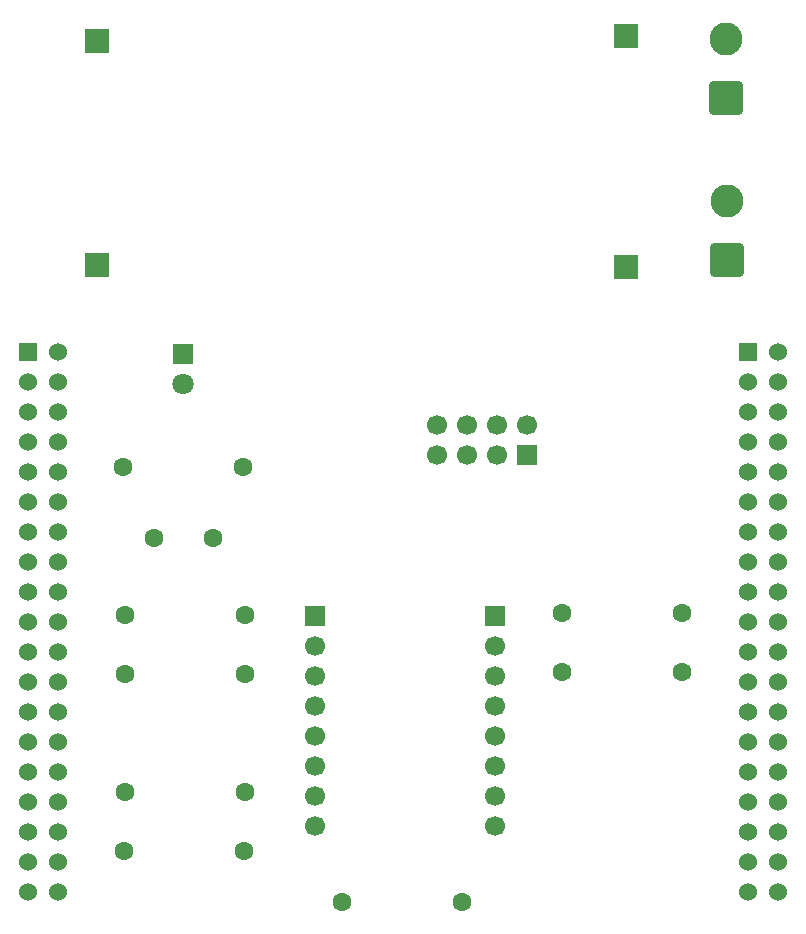
<source format=gbr>
%TF.GenerationSoftware,KiCad,Pcbnew,9.0.5*%
%TF.CreationDate,2025-10-27T10:50:58+09:00*%
%TF.ProjectId,GYRO_PCB,4759524f-5f50-4434-922e-6b696361645f,rev?*%
%TF.SameCoordinates,Original*%
%TF.FileFunction,Copper,L2,Bot*%
%TF.FilePolarity,Positive*%
%FSLAX46Y46*%
G04 Gerber Fmt 4.6, Leading zero omitted, Abs format (unit mm)*
G04 Created by KiCad (PCBNEW 9.0.5) date 2025-10-27 10:50:58*
%MOMM*%
%LPD*%
G01*
G04 APERTURE LIST*
G04 Aperture macros list*
%AMRoundRect*
0 Rectangle with rounded corners*
0 $1 Rounding radius*
0 $2 $3 $4 $5 $6 $7 $8 $9 X,Y pos of 4 corners*
0 Add a 4 corners polygon primitive as box body*
4,1,4,$2,$3,$4,$5,$6,$7,$8,$9,$2,$3,0*
0 Add four circle primitives for the rounded corners*
1,1,$1+$1,$2,$3*
1,1,$1+$1,$4,$5*
1,1,$1+$1,$6,$7*
1,1,$1+$1,$8,$9*
0 Add four rect primitives between the rounded corners*
20,1,$1+$1,$2,$3,$4,$5,0*
20,1,$1+$1,$4,$5,$6,$7,0*
20,1,$1+$1,$6,$7,$8,$9,0*
20,1,$1+$1,$8,$9,$2,$3,0*%
G04 Aperture macros list end*
%TA.AperFunction,ComponentPad*%
%ADD10RoundRect,0.250001X1.149999X-1.149999X1.149999X1.149999X-1.149999X1.149999X-1.149999X-1.149999X0*%
%TD*%
%TA.AperFunction,ComponentPad*%
%ADD11C,2.800000*%
%TD*%
%TA.AperFunction,ComponentPad*%
%ADD12R,2.000000X2.000000*%
%TD*%
%TA.AperFunction,ComponentPad*%
%ADD13R,1.700000X1.700000*%
%TD*%
%TA.AperFunction,ComponentPad*%
%ADD14C,1.700000*%
%TD*%
%TA.AperFunction,ComponentPad*%
%ADD15R,1.800000X1.800000*%
%TD*%
%TA.AperFunction,ComponentPad*%
%ADD16C,1.800000*%
%TD*%
%TA.AperFunction,ComponentPad*%
%ADD17C,1.600000*%
%TD*%
%TA.AperFunction,ComponentPad*%
%ADD18R,1.530000X1.530000*%
%TD*%
%TA.AperFunction,ComponentPad*%
%ADD19C,1.530000*%
%TD*%
G04 APERTURE END LIST*
D10*
%TO.P,J5,1,Pin_1*%
%TO.N,BAT*%
X174000000Y-73500000D03*
D11*
%TO.P,J5,2,Pin_2*%
%TO.N,Net-(J4-Pin_1)*%
X174000000Y-68500000D03*
%TD*%
D12*
%TO.P,LM2596,IN+,VIN+*%
%TO.N,BAT*%
X165500000Y-74105000D03*
%TO.P,LM2596,IN-,VIN-*%
%TO.N,GND*%
X165500000Y-54505000D03*
%TO.P,LM2596,OUT+,OUT+*%
%TO.N,NUCLEO_E5V*%
X120700000Y-73945000D03*
%TO.P,LM2596,OUT-,OUT-*%
%TO.N,GND*%
X120700000Y-54905000D03*
%TD*%
D13*
%TO.P,J1,1,SCL*%
%TO.N,unconnected-(J1-SCL-Pad1)*%
X157080000Y-90000000D03*
D14*
%TO.P,J1,2,SDA*%
%TO.N,unconnected-(J1-SDA-Pad2)*%
X154540000Y-90000000D03*
%TO.P,J1,3,GND*%
%TO.N,unconnected-(J1-GND-Pad3)*%
X152000000Y-90000000D03*
%TO.P,J1,4,VCC*%
%TO.N,unconnected-(J1-VCC-Pad4)*%
X149460000Y-90000000D03*
%TO.P,J1,5,SCL*%
%TO.N,NUCLEO_GYRO_I2C1_SCL*%
X157080000Y-87460000D03*
%TO.P,J1,6,SDA*%
%TO.N,NUCLEO_GYRO_I2C1_SDA*%
X154540000Y-87460000D03*
%TO.P,J1,7,GND*%
%TO.N,GND*%
X152000000Y-87460000D03*
%TO.P,J1,8,VCC*%
%TO.N,+3V3*%
X149460000Y-87460000D03*
%TD*%
D15*
%TO.P,D1,1,K*%
%TO.N,GND*%
X128000000Y-81460000D03*
D16*
%TO.P,D1,2,A*%
%TO.N,Net-(D1-A)*%
X128000000Y-84000000D03*
%TD*%
D17*
%TO.P,R8,1*%
%TO.N,LED*%
X122920000Y-91000000D03*
%TO.P,R8,2*%
%TO.N,Net-(D1-A)*%
X133080000Y-91000000D03*
%TD*%
D10*
%TO.P,J4,1,Pin_1*%
%TO.N,Net-(J4-Pin_1)*%
X173967500Y-59750000D03*
D11*
%TO.P,J4,2,Pin_2*%
%TO.N,GND*%
X173967500Y-54750000D03*
%TD*%
D14*
%TO.P,J3,9,W#/DQ2*%
%TO.N,Net-(J3-W#{slash}DQ2)*%
X154405000Y-121405000D03*
%TO.P,J3,10,VSS*%
%TO.N,GND*%
X154405000Y-118865000D03*
%TO.P,J3,11,DNU_4*%
%TO.N,unconnected-(J3-DNU_4-Pad11)*%
X154405000Y-116325000D03*
%TO.P,J3,12,DNU_5*%
%TO.N,unconnected-(J3-DNU_5-Pad12)*%
X154405000Y-113785000D03*
%TO.P,J3,13,DNU_6*%
%TO.N,unconnected-(J3-DNU_6-Pad13)*%
X154405000Y-111245000D03*
%TO.P,J3,14,DNU_7*%
%TO.N,unconnected-(J3-DNU_7-Pad14)*%
X154405000Y-108705000D03*
%TO.P,J3,15,DQ0*%
%TO.N,NUCLEO_FLASH_SPI2_MOSI*%
X154405000Y-106165000D03*
D13*
%TO.P,J3,16,C*%
%TO.N,NUCLEO_FLASH_SCLK*%
X154405000Y-103625000D03*
%TD*%
D18*
%TO.P,U1,CN7_1,PC10*%
%TO.N,unconnected-(U1-PC10-PadCN7_1)*%
X114880000Y-81310000D03*
D19*
%TO.P,U1,CN7_2,PC11*%
%TO.N,unconnected-(U1-PC11-PadCN7_2)*%
X117420000Y-81310000D03*
%TO.P,U1,CN7_3,PC12*%
%TO.N,unconnected-(U1-PC12-PadCN7_3)*%
X114880000Y-83850000D03*
%TO.P,U1,CN7_4,PD2*%
%TO.N,unconnected-(U1-PD2-PadCN7_4)*%
X117420000Y-83850000D03*
%TO.P,U1,CN7_5,VDD*%
%TO.N,unconnected-(U1-VDD-PadCN7_5)*%
X114880000Y-86390000D03*
%TO.P,U1,CN7_6,E5V*%
%TO.N,NUCLEO_E5V*%
X117420000Y-86390000D03*
%TO.P,U1,CN7_7,~{BOOT0}*%
%TO.N,unconnected-(U1-~{BOOT0}-PadCN7_7)*%
X114880000Y-88930000D03*
%TO.P,U1,CN7_8,GND*%
%TO.N,GND*%
X117420000Y-88930000D03*
%TO.P,U1,CN7_9,NC*%
%TO.N,unconnected-(U1-NC-PadCN7_9)*%
X114880000Y-91470000D03*
%TO.P,U1,CN7_10,NC*%
%TO.N,unconnected-(U1-NC-PadCN7_10)*%
X117420000Y-91470000D03*
%TO.P,U1,CN7_11,NC*%
%TO.N,unconnected-(U1-NC-PadCN7_11)*%
X114880000Y-94010000D03*
%TO.P,U1,CN7_12,IOREF*%
%TO.N,unconnected-(U1-IOREF-PadCN7_12)*%
X117420000Y-94010000D03*
%TO.P,U1,CN7_13,STLINK_TMS/PA13*%
%TO.N,unconnected-(U1-STLINK_TMS{slash}PA13-PadCN7_13)*%
X114880000Y-96550000D03*
%TO.P,U1,CN7_14,~{RESET}*%
%TO.N,unconnected-(U1-~{RESET}-PadCN7_14)*%
X117420000Y-96550000D03*
%TO.P,U1,CN7_15,STLINK_TCK/PA14*%
%TO.N,unconnected-(U1-STLINK_TCK{slash}PA14-PadCN7_15)*%
X114880000Y-99090000D03*
%TO.P,U1,CN7_16,+3V3*%
%TO.N,+3V3*%
X117420000Y-99090000D03*
%TO.P,U1,CN7_17,PA15*%
%TO.N,LED*%
X114880000Y-101630000D03*
%TO.P,U1,CN7_18,+5V*%
%TO.N,unconnected-(U1-+5V-PadCN7_18)*%
X117420000Y-101630000D03*
%TO.P,U1,CN7_19,GND*%
%TO.N,GND*%
X114880000Y-104170000D03*
%TO.P,U1,CN7_20,GND*%
X117420000Y-104170000D03*
%TO.P,U1,CN7_21,PB7*%
%TO.N,unconnected-(U1-PB7-PadCN7_21)*%
X114880000Y-106710000D03*
%TO.P,U1,CN7_22,GND*%
%TO.N,GND*%
X117420000Y-106710000D03*
%TO.P,U1,CN7_23,PC13*%
%TO.N,unconnected-(U1-PC13-PadCN7_23)*%
X114880000Y-109250000D03*
%TO.P,U1,CN7_24,VIN*%
%TO.N,unconnected-(U1-VIN-PadCN7_24)*%
X117420000Y-109250000D03*
%TO.P,U1,CN7_25,PC14*%
%TO.N,unconnected-(U1-PC14-PadCN7_25)*%
X114880000Y-111790000D03*
%TO.P,U1,CN7_26,NC*%
%TO.N,unconnected-(U1-NC-PadCN7_26)*%
X117420000Y-111790000D03*
%TO.P,U1,CN7_27,PC15*%
%TO.N,unconnected-(U1-PC15-PadCN7_27)*%
X114880000Y-114330000D03*
%TO.P,U1,CN7_28,PA0*%
%TO.N,unconnected-(U1-PA0-PadCN7_28)*%
X117420000Y-114330000D03*
%TO.P,U1,CN7_29,PH0*%
%TO.N,unconnected-(U1-PH0-PadCN7_29)*%
X114880000Y-116870000D03*
%TO.P,U1,CN7_30,PA1*%
%TO.N,unconnected-(U1-PA1-PadCN7_30)*%
X117420000Y-116870000D03*
%TO.P,U1,CN7_31,PH1*%
%TO.N,unconnected-(U1-PH1-PadCN7_31)*%
X114880000Y-119410000D03*
%TO.P,U1,CN7_32,PA4*%
%TO.N,NUCLEO_FLASH_CS*%
X117420000Y-119410000D03*
%TO.P,U1,CN7_33,VBAT*%
%TO.N,unconnected-(U1-VBAT-PadCN7_33)*%
X114880000Y-121950000D03*
%TO.P,U1,CN7_34,PB0*%
%TO.N,unconnected-(U1-PB0-PadCN7_34)*%
X117420000Y-121950000D03*
%TO.P,U1,CN7_35,PC2*%
%TO.N,unconnected-(U1-PC2-PadCN7_35)*%
X114880000Y-124490000D03*
%TO.P,U1,CN7_36,PC1*%
%TO.N,unconnected-(U1-PC1-PadCN7_36)*%
X117420000Y-124490000D03*
%TO.P,U1,CN7_37,PC3*%
%TO.N,unconnected-(U1-PC3-PadCN7_37)*%
X114880000Y-127030000D03*
%TO.P,U1,CN7_38,PC0*%
%TO.N,unconnected-(U1-PC0-PadCN7_38)*%
X117420000Y-127030000D03*
D18*
%TO.P,U1,CN10_1,PC9*%
%TO.N,unconnected-(U1-PC9-PadCN10_1)*%
X175840000Y-81310000D03*
D19*
%TO.P,U1,CN10_2,PC8*%
%TO.N,unconnected-(U1-PC8-PadCN10_2)*%
X178380000Y-81310000D03*
%TO.P,U1,CN10_3,PB8*%
%TO.N,NUCLEO_GYRO_I2C1_SCL*%
X175840000Y-83850000D03*
%TO.P,U1,CN10_4,PC6*%
%TO.N,unconnected-(U1-PC6-PadCN10_4)*%
X178380000Y-83850000D03*
%TO.P,U1,CN10_5,PB9*%
%TO.N,NUCLEO_GYRO_I2C1_SDA*%
X175840000Y-86390000D03*
%TO.P,U1,CN10_6,PC5*%
%TO.N,unconnected-(U1-PC5-PadCN10_6)*%
X178380000Y-86390000D03*
%TO.P,U1,CN10_7,AVDD*%
%TO.N,unconnected-(U1-AVDD-PadCN10_7)*%
X175840000Y-88930000D03*
%TO.P,U1,CN10_8,U5V*%
%TO.N,unconnected-(U1-U5V-PadCN10_8)*%
X178380000Y-88930000D03*
%TO.P,U1,CN10_9,GND*%
%TO.N,GND*%
X175840000Y-91470000D03*
%TO.P,U1,CN10_10,NC*%
%TO.N,unconnected-(U1-NC-PadCN10_10)*%
X178380000Y-91470000D03*
%TO.P,U1,CN10_11,PA5*%
%TO.N,unconnected-(U1-PA5-PadCN10_11)*%
X175840000Y-94010000D03*
%TO.P,U1,CN10_12,PA12*%
%TO.N,unconnected-(U1-PA12-PadCN10_12)*%
X178380000Y-94010000D03*
%TO.P,U1,CN10_13,PA6*%
%TO.N,unconnected-(U1-PA6-PadCN10_13)*%
X175840000Y-96550000D03*
%TO.P,U1,CN10_14,PA11*%
%TO.N,unconnected-(U1-PA11-PadCN10_14)*%
X178380000Y-96550000D03*
%TO.P,U1,CN10_15,PA7*%
%TO.N,unconnected-(U1-PA7-PadCN10_15)*%
X175840000Y-99090000D03*
%TO.P,U1,CN10_16,PB12*%
%TO.N,unconnected-(U1-PB12-PadCN10_16)*%
X178380000Y-99090000D03*
%TO.P,U1,CN10_17,PB6*%
%TO.N,unconnected-(U1-PB6-PadCN10_17)*%
X175840000Y-101630000D03*
%TO.P,U1,CN10_18,NC*%
%TO.N,unconnected-(U1-NC-PadCN10_18)*%
X178380000Y-101630000D03*
%TO.P,U1,CN10_19,PC7*%
%TO.N,NUCLEO_FLASH_SCLK*%
X175840000Y-104170000D03*
%TO.P,U1,CN10_20,GND*%
%TO.N,GND*%
X178380000Y-104170000D03*
%TO.P,U1,CN10_21,PA9*%
%TO.N,unconnected-(U1-PA9-PadCN10_21)*%
X175840000Y-106710000D03*
%TO.P,U1,CN10_22,PB2*%
%TO.N,unconnected-(U1-PB2-PadCN10_22)*%
X178380000Y-106710000D03*
%TO.P,U1,CN10_23,PA8*%
%TO.N,unconnected-(U1-PA8-PadCN10_23)*%
X175840000Y-109250000D03*
%TO.P,U1,CN10_24,PB1*%
%TO.N,unconnected-(U1-PB1-PadCN10_24)*%
X178380000Y-109250000D03*
%TO.P,U1,CN10_25,PB10*%
%TO.N,unconnected-(U1-PB10-PadCN10_25)*%
X175840000Y-111790000D03*
%TO.P,U1,CN10_26,PB15*%
%TO.N,NUCLEO_FLASH_SPI2_MOSI*%
X178380000Y-111790000D03*
%TO.P,U1,CN10_27,PB4*%
%TO.N,unconnected-(U1-PB4-PadCN10_27)*%
X175840000Y-114330000D03*
%TO.P,U1,CN10_28,PB14*%
%TO.N,NUCLEO_FLASH_SPI2_MISO*%
X178380000Y-114330000D03*
%TO.P,U1,CN10_29,PB5*%
%TO.N,unconnected-(U1-PB5-PadCN10_29)*%
X175840000Y-116870000D03*
%TO.P,U1,CN10_30,PB13*%
%TO.N,unconnected-(U1-PB13-PadCN10_30)*%
X178380000Y-116870000D03*
%TO.P,U1,CN10_31,STLINK_SWO/PB3*%
%TO.N,unconnected-(U1-STLINK_SWO{slash}PB3-PadCN10_31)*%
X175840000Y-119410000D03*
%TO.P,U1,CN10_32,AGND*%
%TO.N,unconnected-(U1-AGND-PadCN10_32)*%
X178380000Y-119410000D03*
%TO.P,U1,CN10_33,PA10*%
%TO.N,unconnected-(U1-PA10-PadCN10_33)*%
X175840000Y-121950000D03*
%TO.P,U1,CN10_34,PC4*%
%TO.N,unconnected-(U1-PC4-PadCN10_34)*%
X178380000Y-121950000D03*
%TO.P,U1,CN10_35,STLINK_UART_TX/PA2*%
%TO.N,unconnected-(U1-STLINK_UART_TX{slash}PA2-PadCN10_35)*%
X175840000Y-124490000D03*
%TO.P,U1,CN10_36,NC*%
%TO.N,unconnected-(U1-NC-PadCN10_36)*%
X178380000Y-124490000D03*
%TO.P,U1,CN10_37,STLINK_UART_RX/PA3*%
%TO.N,unconnected-(U1-STLINK_UART_RX{slash}PA3-PadCN10_37)*%
X175840000Y-127030000D03*
%TO.P,U1,CN10_38,NC*%
%TO.N,unconnected-(U1-NC-PadCN10_38)*%
X178380000Y-127030000D03*
%TD*%
D17*
%TO.P,R3,1*%
%TO.N,Net-(J3-W#{slash}DQ2)*%
X151580000Y-127865000D03*
%TO.P,R3,2*%
%TO.N,+3V3*%
X141420000Y-127865000D03*
%TD*%
D13*
%TO.P,J2,1,DQ3/HOLD#*%
%TO.N,Net-(J2-DQ3{slash}HOLD#)*%
X139165000Y-103585000D03*
D14*
%TO.P,J2,2,VCC*%
%TO.N,+3V3*%
X139165000Y-106125000D03*
%TO.P,J2,3,RESET#*%
%TO.N,Net-(J2-RESET#)*%
X139165000Y-108665000D03*
%TO.P,J2,4,DNU_1*%
%TO.N,unconnected-(J2-DNU_1-Pad4)*%
X139165000Y-111205000D03*
%TO.P,J2,5,DNU_2*%
%TO.N,unconnected-(J2-DNU_2-Pad5)*%
X139165000Y-113745000D03*
%TO.P,J2,6,DNU_3*%
%TO.N,unconnected-(J2-DNU_3-Pad6)*%
X139165000Y-116285000D03*
%TO.P,J2,7,S#*%
%TO.N,NUCLEO_FLASH_CS*%
X139165000Y-118825000D03*
%TO.P,J2,8,DQ1*%
%TO.N,NUCLEO_FLASH_SPI2_MISO*%
X139165000Y-121365000D03*
%TD*%
D17*
%TO.P,R6,1*%
%TO.N,+3V3*%
X170255000Y-103365000D03*
%TO.P,R6,2*%
%TO.N,NUCLEO_FLASH_SCLK*%
X160095000Y-103365000D03*
%TD*%
%TO.P,C1,1*%
%TO.N,+3V3*%
X125500000Y-97000000D03*
%TO.P,C1,2*%
%TO.N,GND*%
X130500000Y-97000000D03*
%TD*%
%TO.P,R5,1*%
%TO.N,NUCLEO_FLASH_SPI2_MISO*%
X133175000Y-123500000D03*
%TO.P,R5,2*%
%TO.N,+3V3*%
X123015000Y-123500000D03*
%TD*%
%TO.P,R7,1*%
%TO.N,+3V3*%
X170255000Y-108365000D03*
%TO.P,R7,2*%
%TO.N,NUCLEO_FLASH_SPI2_MOSI*%
X160095000Y-108365000D03*
%TD*%
%TO.P,R2,1*%
%TO.N,+3V3*%
X123095000Y-108500000D03*
%TO.P,R2,2*%
%TO.N,Net-(J2-RESET#)*%
X133255000Y-108500000D03*
%TD*%
%TO.P,R4,1*%
%TO.N,NUCLEO_FLASH_CS*%
X133255000Y-118500000D03*
%TO.P,R4,2*%
%TO.N,+3V3*%
X123095000Y-118500000D03*
%TD*%
%TO.P,R1,1*%
%TO.N,+3V3*%
X123095000Y-103500000D03*
%TO.P,R1,2*%
%TO.N,Net-(J2-DQ3{slash}HOLD#)*%
X133255000Y-103500000D03*
%TD*%
M02*

</source>
